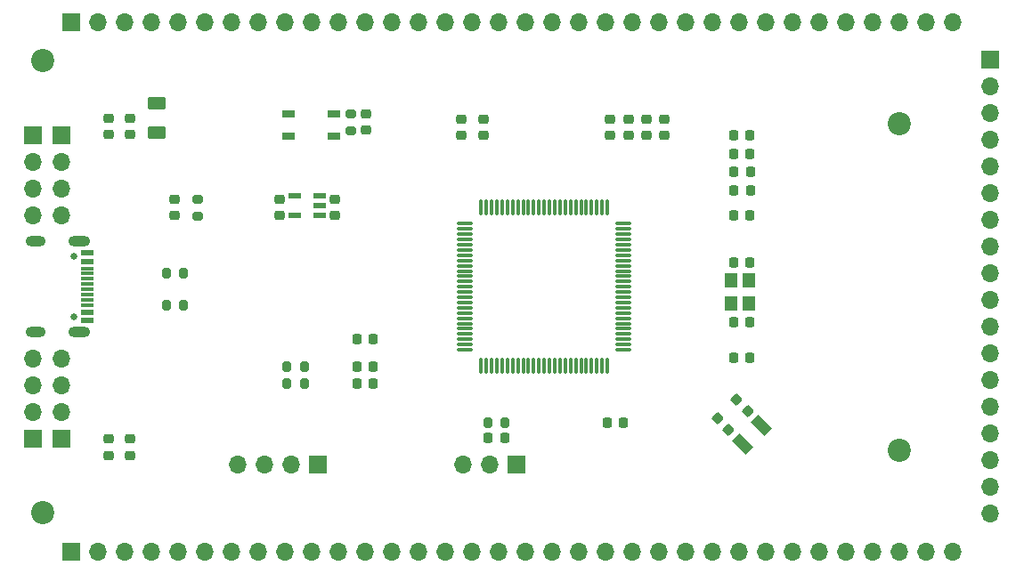
<source format=gts>
%TF.GenerationSoftware,KiCad,Pcbnew,8.0.4*%
%TF.CreationDate,2024-08-23T17:26:40+08:00*%
%TF.ProjectId,UINIO-MCU-HC32F460PETB,55494e49-4f2d-44d4-9355-2d4843333246,Version 1.0.0*%
%TF.SameCoordinates,PX71f45d0PY4ce7800*%
%TF.FileFunction,Soldermask,Top*%
%TF.FilePolarity,Negative*%
%FSLAX46Y46*%
G04 Gerber Fmt 4.6, Leading zero omitted, Abs format (unit mm)*
G04 Created by KiCad (PCBNEW 8.0.4) date 2024-08-23 17:26:40*
%MOMM*%
%LPD*%
G01*
G04 APERTURE LIST*
G04 Aperture macros list*
%AMRoundRect*
0 Rectangle with rounded corners*
0 $1 Rounding radius*
0 $2 $3 $4 $5 $6 $7 $8 $9 X,Y pos of 4 corners*
0 Add a 4 corners polygon primitive as box body*
4,1,4,$2,$3,$4,$5,$6,$7,$8,$9,$2,$3,0*
0 Add four circle primitives for the rounded corners*
1,1,$1+$1,$2,$3*
1,1,$1+$1,$4,$5*
1,1,$1+$1,$6,$7*
1,1,$1+$1,$8,$9*
0 Add four rect primitives between the rounded corners*
20,1,$1+$1,$2,$3,$4,$5,0*
20,1,$1+$1,$4,$5,$6,$7,0*
20,1,$1+$1,$6,$7,$8,$9,0*
20,1,$1+$1,$8,$9,$2,$3,0*%
%AMRotRect*
0 Rectangle, with rotation*
0 The origin of the aperture is its center*
0 $1 length*
0 $2 width*
0 $3 Rotation angle, in degrees counterclockwise*
0 Add horizontal line*
21,1,$1,$2,0,0,$3*%
G04 Aperture macros list end*
%ADD10RoundRect,0.218750X0.218750X0.256250X-0.218750X0.256250X-0.218750X-0.256250X0.218750X-0.256250X0*%
%ADD11RoundRect,0.200000X0.200000X0.275000X-0.200000X0.275000X-0.200000X-0.275000X0.200000X-0.275000X0*%
%ADD12RoundRect,0.225000X0.250000X-0.225000X0.250000X0.225000X-0.250000X0.225000X-0.250000X-0.225000X0*%
%ADD13R,1.157000X0.490000*%
%ADD14R,1.175000X0.490000*%
%ADD15RoundRect,0.225000X-0.225000X-0.250000X0.225000X-0.250000X0.225000X0.250000X-0.225000X0.250000X0*%
%ADD16RoundRect,0.225000X0.225000X0.250000X-0.225000X0.250000X-0.225000X-0.250000X0.225000X-0.250000X0*%
%ADD17O,1.700000X1.700000*%
%ADD18R,1.700000X1.700000*%
%ADD19C,2.200000*%
%ADD20RoundRect,0.225000X-0.250000X0.225000X-0.250000X-0.225000X0.250000X-0.225000X0.250000X0.225000X0*%
%ADD21RoundRect,0.218750X-0.256250X0.218750X-0.256250X-0.218750X0.256250X-0.218750X0.256250X0.218750X0*%
%ADD22RoundRect,0.200000X-0.275000X0.200000X-0.275000X-0.200000X0.275000X-0.200000X0.275000X0.200000X0*%
%ADD23RotRect,1.000000X1.800000X45.000000*%
%ADD24C,0.650000*%
%ADD25O,2.100000X1.000000*%
%ADD26O,1.900000X1.000000*%
%ADD27R,1.150000X0.600000*%
%ADD28R,1.150000X0.300000*%
%ADD29RoundRect,0.200000X-0.200000X-0.275000X0.200000X-0.275000X0.200000X0.275000X-0.200000X0.275000X0*%
%ADD30R,1.200000X0.650000*%
%ADD31RoundRect,0.218750X0.256250X-0.218750X0.256250X0.218750X-0.256250X0.218750X-0.256250X-0.218750X0*%
%ADD32RoundRect,0.250000X-0.625000X0.375000X-0.625000X-0.375000X0.625000X-0.375000X0.625000X0.375000X0*%
%ADD33RoundRect,0.225000X-0.335876X-0.017678X-0.017678X-0.335876X0.335876X0.017678X0.017678X0.335876X0*%
%ADD34O,1.600000X0.300000*%
%ADD35O,0.300000X1.600000*%
%ADD36R,1.200000X1.400000*%
G04 APERTURE END LIST*
D10*
%TO.C,L3*%
X54587500Y-11250000D03*
X53012500Y-11250000D03*
%TD*%
D11*
%TO.C,R4*%
X31290000Y-33380000D03*
X29640000Y-33380000D03*
%TD*%
D12*
%TO.C,C2*%
X41260000Y-6057500D03*
X41260000Y-4507500D03*
%TD*%
D13*
%TO.C,U1*%
X13614000Y-13690000D03*
X13614000Y-12740000D03*
X13614000Y-11790000D03*
D14*
X11306000Y-11790000D03*
X11306000Y-13690000D03*
%TD*%
D12*
%TO.C,C1*%
X42990000Y-6057500D03*
X42990000Y-4507500D03*
%TD*%
D15*
%TO.C,C17*%
X17175000Y-28080000D03*
X18725000Y-28080000D03*
%TD*%
D10*
%TO.C,L4*%
X54587500Y-9520000D03*
X53012500Y-9520000D03*
%TD*%
D16*
%TO.C,C20*%
X54565000Y-27200000D03*
X53015000Y-27200000D03*
%TD*%
D17*
%TO.C,J7*%
X5840000Y-37370000D03*
X8380000Y-37370000D03*
X10920000Y-37370000D03*
D18*
X13460000Y-37370000D03*
%TD*%
D19*
%TO.C,HOLE\u002A\u002A*%
X-12690000Y1050000D03*
%TD*%
D20*
%TO.C,C4*%
X15100000Y-12142500D03*
X15100000Y-13692500D03*
%TD*%
D18*
%TO.C,J4*%
X32320000Y-37370000D03*
D17*
X29780000Y-37370000D03*
X27240000Y-37370000D03*
%TD*%
D19*
%TO.C,HOLE\u002A\u002A*%
X-12690000Y-41940000D03*
%TD*%
D18*
%TO.C,J8*%
X-10920000Y-34900000D03*
D17*
X-10920000Y-32360000D03*
X-10920000Y-29820000D03*
X-10920000Y-27280000D03*
%TD*%
D21*
%TO.C,L2*%
X44720000Y-4495000D03*
X44720000Y-6070000D03*
%TD*%
D22*
%TO.C,R5*%
X16574000Y-3960000D03*
X16574000Y-5610000D03*
%TD*%
D15*
%TO.C,C9*%
X29690000Y-34840000D03*
X31240000Y-34840000D03*
%TD*%
D23*
%TO.C,Y1*%
X55643368Y-33623610D03*
X53875602Y-35391376D03*
%TD*%
D20*
%TO.C,C8*%
X27090000Y-4507500D03*
X27090000Y-6057500D03*
%TD*%
D18*
%TO.C,J5*%
X-10920000Y-5990000D03*
D17*
X-10920000Y-8530000D03*
X-10920000Y-11070000D03*
X-10920000Y-13610000D03*
%TD*%
D12*
%TO.C,C24*%
X-6460000Y-34930000D03*
X-6460000Y-36480000D03*
%TD*%
D24*
%TO.C,USB1*%
X-9690000Y-17555000D03*
X-9690000Y-23335000D03*
D25*
X-9190000Y-16120000D03*
X-9190000Y-24770000D03*
D26*
X-13390000Y-16120000D03*
X-13390000Y-24770000D03*
D27*
X-8428000Y-17245000D03*
X-8428000Y-18045000D03*
D28*
X-8428000Y-19195000D03*
X-8428000Y-20195000D03*
X-8428000Y-20695000D03*
X-8428000Y-21695000D03*
D27*
X-8428000Y-23645000D03*
X-8428000Y-22845000D03*
D28*
X-8428000Y-22195000D03*
X-8428000Y-21195000D03*
X-8428000Y-19695000D03*
X-8428000Y-18695000D03*
%TD*%
D29*
%TO.C,R7*%
X12170000Y-28080000D03*
X10520000Y-28080000D03*
%TD*%
D18*
%TO.C,J9*%
X-13580000Y-34900000D03*
D17*
X-13580000Y-32360000D03*
X-13580000Y-29820000D03*
X-13580000Y-27280000D03*
%TD*%
D20*
%TO.C,C7*%
X9820000Y-12142500D03*
X9820000Y-13692500D03*
%TD*%
D16*
%TO.C,C19*%
X42550000Y-33380000D03*
X41000000Y-33380000D03*
%TD*%
D11*
%TO.C,R6*%
X12170000Y-29640000D03*
X10520000Y-29640000D03*
%TD*%
D16*
%TO.C,C21*%
X54575000Y-13650000D03*
X53025000Y-13650000D03*
%TD*%
D18*
%TO.C,J3*%
X-9970000Y4730000D03*
D17*
X-7430000Y4730000D03*
X-4890000Y4730000D03*
X-2350000Y4730000D03*
X190000Y4730000D03*
X2730000Y4730000D03*
X5270000Y4730000D03*
X7810000Y4730000D03*
X10350000Y4730000D03*
X12890000Y4730000D03*
X15430000Y4730000D03*
X17970000Y4730000D03*
X20510000Y4730000D03*
X23050000Y4730000D03*
X25590000Y4730000D03*
X28130000Y4730000D03*
X30670000Y4730000D03*
X33210000Y4730000D03*
X35750000Y4730000D03*
X38290000Y4730000D03*
X40830000Y4730000D03*
X43370000Y4730000D03*
X45910000Y4730000D03*
X48450000Y4730000D03*
X50990000Y4730000D03*
X53530000Y4730000D03*
X56070000Y4730000D03*
X58610000Y4730000D03*
X61150000Y4730000D03*
X63690000Y4730000D03*
X66230000Y4730000D03*
X68770000Y4730000D03*
X71310000Y4730000D03*
X73850000Y4730000D03*
%TD*%
D12*
%TO.C,C23*%
X-4370000Y-34930000D03*
X-4370000Y-36480000D03*
%TD*%
D18*
%TO.C,J1*%
X77430000Y1130000D03*
D17*
X77430000Y-1410000D03*
X77430000Y-3950000D03*
X77430000Y-6490000D03*
X77430000Y-9030000D03*
X77430000Y-11570000D03*
X77430000Y-14110000D03*
X77430000Y-16650000D03*
X77430000Y-19190000D03*
X77430000Y-21730000D03*
X77430000Y-24270000D03*
X77430000Y-26810000D03*
X77430000Y-29350000D03*
X77430000Y-31890000D03*
X77430000Y-34430000D03*
X77430000Y-36970000D03*
X77430000Y-39510000D03*
X77430000Y-42050000D03*
%TD*%
D20*
%TO.C,C12*%
X29210000Y-4507500D03*
X29210000Y-6057500D03*
%TD*%
D30*
%TO.C,SW1*%
X10719000Y-3960000D03*
X15019000Y-3960000D03*
X10719000Y-6110000D03*
X15019000Y-6110000D03*
%TD*%
D20*
%TO.C,C11*%
X-6460000Y-5985000D03*
X-6460000Y-4435000D03*
%TD*%
D15*
%TO.C,C6*%
X17175000Y-29640000D03*
X18725000Y-29640000D03*
%TD*%
D31*
%TO.C,D1*%
X-140000Y-13665000D03*
X-140000Y-12090000D03*
%TD*%
D19*
%TO.C,HOLE\u002A\u002A*%
X68770000Y-4950000D03*
%TD*%
D29*
%TO.C,R1*%
X730000Y-19180000D03*
X-920000Y-19180000D03*
%TD*%
D16*
%TO.C,C18*%
X54575000Y-23770000D03*
X53025000Y-23770000D03*
%TD*%
D21*
%TO.C,L1*%
X46450000Y-4495000D03*
X46450000Y-6070000D03*
%TD*%
D15*
%TO.C,C14*%
X53025000Y-18110000D03*
X54575000Y-18110000D03*
%TD*%
D12*
%TO.C,C13*%
X18034000Y-5560000D03*
X18034000Y-4010000D03*
%TD*%
D22*
%TO.C,R3*%
X2070000Y-12092500D03*
X2070000Y-13742500D03*
%TD*%
D32*
%TO.C,F1*%
X-1870000Y-5810000D03*
X-1870000Y-3010000D03*
%TD*%
D15*
%TO.C,C3*%
X53025000Y-6060000D03*
X54575000Y-6060000D03*
%TD*%
D29*
%TO.C,R2*%
X730000Y-22180000D03*
X-920000Y-22180000D03*
%TD*%
D20*
%TO.C,C10*%
X-4370000Y-5985000D03*
X-4370000Y-4435000D03*
%TD*%
D18*
%TO.C,J6*%
X-13580000Y-5990000D03*
D17*
X-13580000Y-8530000D03*
X-13580000Y-11070000D03*
X-13580000Y-13610000D03*
%TD*%
D15*
%TO.C,C5*%
X53025000Y-7790000D03*
X54575000Y-7790000D03*
%TD*%
D33*
%TO.C,C16*%
X53248044Y-31200000D03*
X54344060Y-32296016D03*
%TD*%
D15*
%TO.C,C22*%
X17175000Y-25440000D03*
X18725000Y-25440000D03*
%TD*%
D34*
%TO.C,U2*%
X42550000Y-26445000D03*
X42550000Y-25945000D03*
X42550000Y-25445000D03*
X42550000Y-24945000D03*
X42550000Y-24445000D03*
X42550000Y-23945000D03*
X42550000Y-23445000D03*
X42550000Y-22945000D03*
X42550000Y-22445000D03*
X42550000Y-21945000D03*
X42550000Y-21445000D03*
X42550000Y-20945000D03*
X42550000Y-20445000D03*
X42550000Y-19945000D03*
X42550000Y-19445000D03*
X42550000Y-18945000D03*
X42550000Y-18445000D03*
X42550000Y-17945000D03*
X42550000Y-17445000D03*
X42550000Y-16945000D03*
X42550000Y-16445000D03*
X42550000Y-15945000D03*
X42550000Y-15445000D03*
X42550000Y-14945000D03*
X42550000Y-14445000D03*
D35*
X41000000Y-12895000D03*
X40500000Y-12895000D03*
X40000000Y-12895000D03*
X39500000Y-12895000D03*
X39000000Y-12895000D03*
X38500000Y-12895000D03*
X38000000Y-12895000D03*
X37500000Y-12895000D03*
X37000000Y-12895000D03*
X36500000Y-12895000D03*
X36000000Y-12895000D03*
X35500000Y-12895000D03*
X35000000Y-12895000D03*
X34500000Y-12895000D03*
X34000000Y-12895000D03*
X33500000Y-12895000D03*
X33000000Y-12895000D03*
X32500000Y-12895000D03*
X32000000Y-12895000D03*
X31500000Y-12895000D03*
X31000000Y-12895000D03*
X30500000Y-12895000D03*
X30000000Y-12895000D03*
X29500000Y-12895000D03*
X29000000Y-12895000D03*
D34*
X27450000Y-14445000D03*
X27450000Y-14945000D03*
X27450000Y-15445000D03*
X27450000Y-15945000D03*
X27450000Y-16445000D03*
X27450000Y-16945000D03*
X27450000Y-17445000D03*
X27450000Y-17945000D03*
X27450000Y-18445000D03*
X27450000Y-18945000D03*
X27450000Y-19445000D03*
X27450000Y-19945000D03*
X27450000Y-20445000D03*
X27450000Y-20945000D03*
X27450000Y-21445000D03*
X27450000Y-21945000D03*
X27450000Y-22445000D03*
X27450000Y-22945000D03*
X27450000Y-23445000D03*
X27450000Y-23945000D03*
X27450000Y-24445000D03*
X27450000Y-24945000D03*
X27450000Y-25445000D03*
X27450000Y-25945000D03*
X27450000Y-26445000D03*
D35*
X29000000Y-27995000D03*
X29500000Y-27995000D03*
X30000000Y-27995000D03*
X30500000Y-27995000D03*
X31000000Y-27995000D03*
X31500000Y-27995000D03*
X32000000Y-27995000D03*
X32500000Y-27995000D03*
X33000000Y-27995000D03*
X33500000Y-27995000D03*
X34000000Y-27995000D03*
X34500000Y-27995000D03*
X35000000Y-27995000D03*
X35500000Y-27995000D03*
X36000000Y-27995000D03*
X36500000Y-27995000D03*
X37000000Y-27995000D03*
X37500000Y-27995000D03*
X38000000Y-27995000D03*
X38500000Y-27995000D03*
X39000000Y-27995000D03*
X39500000Y-27995000D03*
X40000000Y-27995000D03*
X40500000Y-27995000D03*
X41000000Y-27995000D03*
%TD*%
D33*
%TO.C,C15*%
X51451992Y-32996052D03*
X52548008Y-34092068D03*
%TD*%
D18*
%TO.C,J2*%
X-9970000Y-45620000D03*
D17*
X-7430000Y-45620000D03*
X-4890000Y-45620000D03*
X-2350000Y-45620000D03*
X190000Y-45620000D03*
X2730000Y-45620000D03*
X5270000Y-45620000D03*
X7810000Y-45620000D03*
X10350000Y-45620000D03*
X12890000Y-45620000D03*
X15430000Y-45620000D03*
X17970000Y-45620000D03*
X20510000Y-45620000D03*
X23050000Y-45620000D03*
X25590000Y-45620000D03*
X28130000Y-45620000D03*
X30670000Y-45620000D03*
X33210000Y-45620000D03*
X35750000Y-45620000D03*
X38290000Y-45620000D03*
X40830000Y-45620000D03*
X43370000Y-45620000D03*
X45910000Y-45620000D03*
X48450000Y-45620000D03*
X50990000Y-45620000D03*
X53530000Y-45620000D03*
X56070000Y-45620000D03*
X58610000Y-45620000D03*
X61150000Y-45620000D03*
X63690000Y-45620000D03*
X66230000Y-45620000D03*
X68770000Y-45620000D03*
X71310000Y-45620000D03*
X73850000Y-45620000D03*
%TD*%
D36*
%TO.C,Y2*%
X52730000Y-19840000D03*
X52730000Y-22040000D03*
X54430000Y-22040000D03*
X54430000Y-19840000D03*
%TD*%
D19*
%TO.C,HOLE\u002A\u002A*%
X68770000Y-35970000D03*
%TD*%
M02*

</source>
